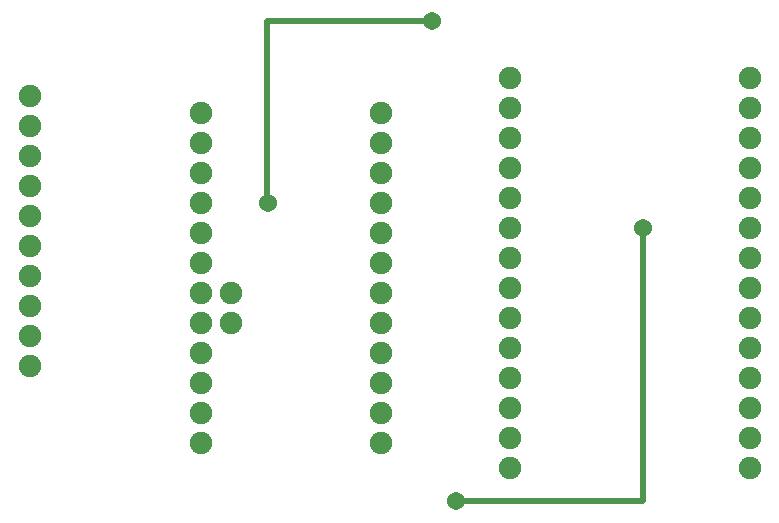
<source format=gbr>
G04 #@! TF.FileFunction,Copper,L1,Top,Signal*
%FSLAX46Y46*%
G04 Gerber Fmt 4.6, Leading zero omitted, Abs format (unit mm)*
G04 Created by KiCad (PCBNEW 4.0.7) date Friday, July 06, 2018 'PMt' 05:05:22 PM*
%MOMM*%
%LPD*%
G01*
G04 APERTURE LIST*
%ADD10C,0.100000*%
%ADD11C,1.905000*%
%ADD12C,1.533200*%
%ADD13C,0.478600*%
G04 APERTURE END LIST*
D10*
D11*
X152273000Y-83312000D03*
X152273000Y-80772000D03*
X152273000Y-78232000D03*
X152273000Y-75692000D03*
X152273000Y-73152000D03*
X152273000Y-70612000D03*
X152273000Y-68072000D03*
X152273000Y-65532000D03*
X152273000Y-62992000D03*
X152273000Y-60452000D03*
X166751000Y-61849000D03*
X166751000Y-64389000D03*
X166751000Y-66929000D03*
X166751000Y-69469000D03*
X166751000Y-72009000D03*
X166751000Y-74549000D03*
X166751000Y-77089000D03*
X166751000Y-79629000D03*
X166751000Y-82169000D03*
X166751000Y-84709000D03*
X166751000Y-87249000D03*
X166751000Y-89789000D03*
X169291000Y-77089000D03*
X169291000Y-79629000D03*
X181991000Y-89789000D03*
X181991000Y-87249000D03*
X181991000Y-84709000D03*
X181991000Y-82169000D03*
X181991000Y-79629000D03*
X181991000Y-77089000D03*
X181991000Y-74549000D03*
X181991000Y-72009000D03*
X181991000Y-69469000D03*
X181991000Y-66929000D03*
X181991000Y-64389000D03*
X181991000Y-61849000D03*
X192913000Y-58928000D03*
X192913000Y-61468000D03*
X192913000Y-64008000D03*
X192913000Y-66548000D03*
X192913000Y-69088000D03*
X192913000Y-71628000D03*
X192913000Y-74168000D03*
X192913000Y-76708000D03*
X192913000Y-79248000D03*
X192913000Y-81788000D03*
X192913000Y-84328000D03*
X192913000Y-86868000D03*
X192913000Y-89408000D03*
X192913000Y-91948000D03*
X213233000Y-91948000D03*
X213233000Y-89408000D03*
X213233000Y-86868000D03*
X213233000Y-84328000D03*
X213233000Y-81788000D03*
X213233000Y-79248000D03*
X213233000Y-76708000D03*
X213233000Y-74168000D03*
X213233000Y-71628000D03*
X213233000Y-69088000D03*
X213233000Y-66548000D03*
X213233000Y-64008000D03*
X213233000Y-61468000D03*
X213233000Y-58928000D03*
D12*
X186309000Y-54102000D03*
X172466000Y-69469000D03*
X204216000Y-71628000D03*
X188341000Y-94742000D03*
D13*
X172466000Y-69469000D02*
X172339000Y-69342000D01*
X172339000Y-69342000D02*
X172339000Y-54102000D01*
X186309000Y-54102000D02*
X172339000Y-54102000D01*
X204216000Y-94742000D02*
X188341000Y-94742000D01*
X204216000Y-71628000D02*
X204216000Y-94742000D01*
M02*

</source>
